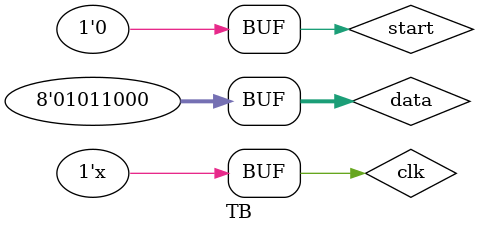
<source format=v>
module TB();
reg clk=0;
reg start;
reg [7:0]data;
wire xD,TxD_busy,tick_r,tick_t;
wire [7:0] RxD_data;
async_receiver AR(
    clk,
    xD,
    RxD_data_ready,
    RxD_data  // data received, valid only (for one clock cycle) when RxD_data_ready is asserted
);
async_transmitter AT(
    clk,
    start,
    data,
    xD,
    TxD_busy
);
initial begin
    #5 data=8'b01011000;
    #5 start=1'b1;
    #60 start=1'b0;

end
always #20 clk=~clk;

endmodule
</source>
